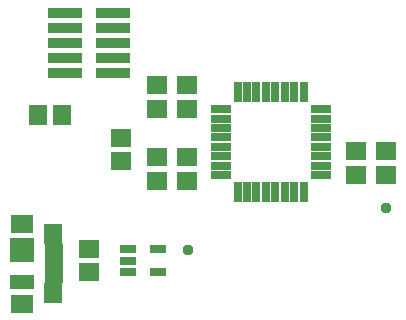
<source format=gbr>
G04 EAGLE Gerber RS-274X export*
G75*
%MOMM*%
%FSLAX34Y34*%
%LPD*%
%INSoldermask Top*%
%IPPOS*%
%AMOC8*
5,1,8,0,0,1.08239X$1,22.5*%
G01*
%ADD10R,1.503200X1.803200*%
%ADD11R,1.803200X1.503200*%
%ADD12R,1.678200X0.803200*%
%ADD13R,0.803200X1.678200*%
%ADD14R,1.403200X0.803200*%
%ADD15R,2.993200X0.943200*%
%ADD16R,1.574800X0.660400*%
%ADD17R,1.625600X1.752600*%
%ADD18R,1.854200X1.498600*%
%ADD19R,2.108200X2.006600*%
%ADD20R,2.108200X1.193800*%
%ADD21C,0.959600*%


D10*
X38260Y176530D03*
X58260Y176530D03*
D11*
X81280Y63340D03*
X81280Y43340D03*
X163830Y181770D03*
X163830Y201770D03*
X138430Y181770D03*
X138430Y201770D03*
X307340Y125890D03*
X307340Y145890D03*
X332740Y125890D03*
X332740Y145890D03*
X163830Y140810D03*
X163830Y120810D03*
X138430Y140810D03*
X138430Y120810D03*
D12*
X192570Y181670D03*
X192570Y173670D03*
X192570Y165670D03*
X192570Y157670D03*
X192570Y149670D03*
X192570Y141670D03*
X192570Y133670D03*
X192570Y125670D03*
D13*
X206950Y111290D03*
X214950Y111290D03*
X222950Y111290D03*
X230950Y111290D03*
X238950Y111290D03*
X246950Y111290D03*
X254950Y111290D03*
X262950Y111290D03*
D12*
X277330Y125670D03*
X277330Y133670D03*
X277330Y141670D03*
X277330Y149670D03*
X277330Y157670D03*
X277330Y165670D03*
X277330Y173670D03*
X277330Y181670D03*
D13*
X262950Y196050D03*
X254950Y196050D03*
X246950Y196050D03*
X238950Y196050D03*
X230950Y196050D03*
X222950Y196050D03*
X214950Y196050D03*
X206950Y196050D03*
D14*
X114500Y62840D03*
X114500Y53340D03*
X114500Y43840D03*
X139500Y43840D03*
X139500Y62840D03*
D15*
X60960Y262890D03*
X101660Y262890D03*
X60960Y250190D03*
X101660Y250190D03*
X60960Y237490D03*
X101660Y237490D03*
X60960Y224790D03*
X101660Y224790D03*
X60960Y212090D03*
X101660Y212090D03*
D16*
X51202Y63800D03*
X51202Y57300D03*
X51202Y50800D03*
X51202Y44300D03*
X51202Y37800D03*
D17*
X50352Y75675D03*
X50352Y25925D03*
D18*
X24602Y84550D03*
X24602Y17050D03*
D19*
X24602Y62300D03*
D20*
X24602Y35306D03*
D11*
X107950Y157320D03*
X107950Y137320D03*
D21*
X165100Y62230D03*
X332740Y97790D03*
M02*

</source>
